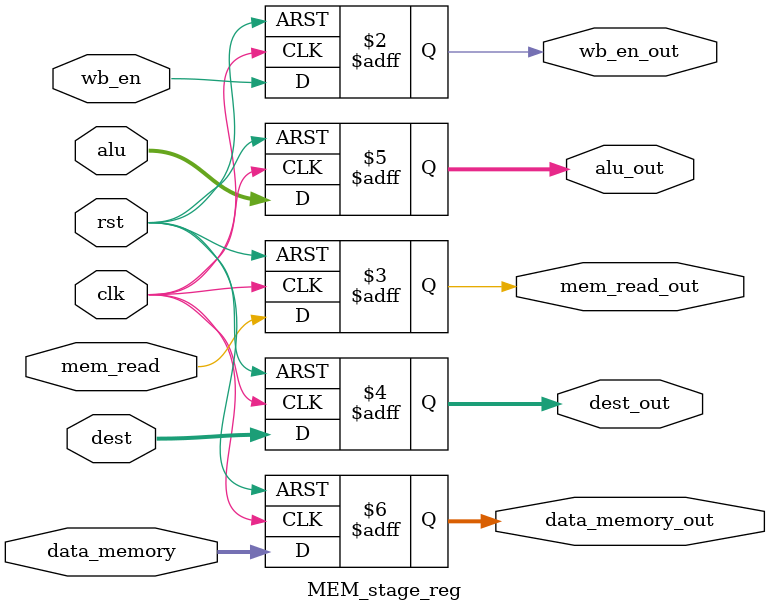
<source format=v>
module MEM_stage_reg (
    input clk, rst, mem_read, wb_en,
    input [3:0] dest, 
    input [31:0] alu, 
    input [31:0] data_memory,
    output reg wb_en_out, mem_read_out, 
    output reg [3:0] dest_out,  
    output reg [31:0] alu_out,
    output reg [31:0] data_memory_out

);
    
always @(posedge clk, posedge rst) begin
    if (rst) begin
        wb_en_out = 1'b0;
        mem_read_out = 1'b0;
        dest_out = 4'bx;
        alu_out = 32'bx;
        data_memory_out = 32'bx;
    end else begin
        wb_en_out = wb_en;
        mem_read_out = mem_read;
        dest_out = dest;
        alu_out = alu;
        data_memory_out = data_memory;
    end
end
endmodule
</source>
